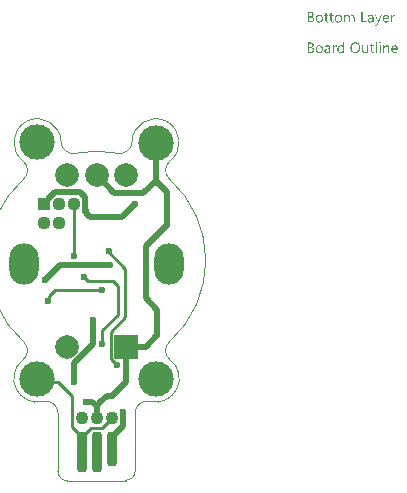
<source format=gbl>
G04*
G04 #@! TF.GenerationSoftware,Altium Limited,Altium Designer,21.9.2 (33)*
G04*
G04 Layer_Physical_Order=2*
G04 Layer_Color=16711680*
%FSAX25Y25*%
%MOIN*%
G70*
G04*
G04 #@! TF.SameCoordinates,A6586CB6-8B30-4D09-AE0A-FB24D08DFB98*
G04*
G04*
G04 #@! TF.FilePolarity,Positive*
G04*
G01*
G75*
%ADD11C,0.00787*%
%ADD12C,0.00394*%
%ADD37C,0.04370*%
%ADD48C,0.00984*%
%ADD49C,0.01968*%
%ADD50C,0.01181*%
%ADD52C,0.11811*%
%ADD53R,0.04370X0.04370*%
%ADD54O,0.09843X0.13780*%
%ADD55R,0.07874X0.07874*%
%ADD56C,0.07874*%
%ADD57C,0.02362*%
G04:AMPARAMS|DCode=58|XSize=35.43mil|YSize=135.83mil|CornerRadius=13.82mil|HoleSize=0mil|Usage=FLASHONLY|Rotation=180.000|XOffset=0mil|YOffset=0mil|HoleType=Round|Shape=RoundedRectangle|*
%AMROUNDEDRECTD58*
21,1,0.03543,0.10819,0,0,180.0*
21,1,0.00780,0.13583,0,0,180.0*
1,1,0.02764,-0.00390,0.05409*
1,1,0.02764,0.00390,0.05409*
1,1,0.02764,0.00390,-0.05409*
1,1,0.02764,-0.00390,-0.05409*
%
%ADD58ROUNDEDRECTD58*%
G04:AMPARAMS|DCode=59|XSize=35.43mil|YSize=116.14mil|CornerRadius=13.82mil|HoleSize=0mil|Usage=FLASHONLY|Rotation=180.000|XOffset=0mil|YOffset=0mil|HoleType=Round|Shape=RoundedRectangle|*
%AMROUNDEDRECTD59*
21,1,0.03543,0.08850,0,0,180.0*
21,1,0.00780,0.11614,0,0,180.0*
1,1,0.02764,-0.00390,0.04425*
1,1,0.02764,0.00390,0.04425*
1,1,0.02764,0.00390,-0.04425*
1,1,0.02764,-0.00390,-0.04425*
%
%ADD59ROUNDEDRECTD59*%
%ADD60C,0.04331*%
G36*
X0085311Y0081883D02*
X0085366Y0081871D01*
X0085428Y0081858D01*
X0085496Y0081834D01*
X0085577Y0081803D01*
X0085651Y0081760D01*
X0085731Y0081710D01*
X0085806Y0081642D01*
X0085874Y0081555D01*
X0085936Y0081456D01*
X0085991Y0081345D01*
X0086028Y0081202D01*
X0086059Y0081048D01*
X0086066Y0080868D01*
Y0079321D01*
X0085663D01*
Y0080763D01*
Y0080769D01*
Y0080781D01*
Y0080800D01*
Y0080831D01*
X0085657Y0080905D01*
X0085645Y0080992D01*
X0085632Y0081091D01*
X0085608Y0081190D01*
X0085577Y0081283D01*
X0085533Y0081363D01*
X0085527Y0081370D01*
X0085509Y0081394D01*
X0085478Y0081425D01*
X0085428Y0081456D01*
X0085372Y0081493D01*
X0085298Y0081518D01*
X0085205Y0081543D01*
X0085100Y0081549D01*
X0085088D01*
X0085057Y0081543D01*
X0085007Y0081537D01*
X0084945Y0081518D01*
X0084877Y0081493D01*
X0084803Y0081450D01*
X0084729Y0081394D01*
X0084661Y0081314D01*
X0084654Y0081301D01*
X0084636Y0081270D01*
X0084605Y0081221D01*
X0084574Y0081153D01*
X0084537Y0081072D01*
X0084512Y0080980D01*
X0084487Y0080868D01*
X0084481Y0080751D01*
Y0079321D01*
X0084079D01*
Y0080812D01*
Y0080819D01*
Y0080843D01*
X0084073Y0080880D01*
Y0080930D01*
X0084060Y0080986D01*
X0084048Y0081048D01*
X0084029Y0081109D01*
X0084011Y0081184D01*
X0083980Y0081252D01*
X0083943Y0081314D01*
X0083893Y0081376D01*
X0083837Y0081431D01*
X0083775Y0081481D01*
X0083695Y0081518D01*
X0083608Y0081543D01*
X0083509Y0081549D01*
X0083497D01*
X0083466Y0081543D01*
X0083416Y0081537D01*
X0083354Y0081524D01*
X0083286Y0081493D01*
X0083212Y0081456D01*
X0083138Y0081400D01*
X0083070Y0081326D01*
X0083064Y0081314D01*
X0083045Y0081289D01*
X0083014Y0081239D01*
X0082983Y0081171D01*
X0082952Y0081091D01*
X0082921Y0080992D01*
X0082903Y0080880D01*
X0082896Y0080751D01*
Y0079321D01*
X0082494D01*
Y0081834D01*
X0082896D01*
Y0081431D01*
X0082909D01*
X0082915Y0081438D01*
X0082921Y0081450D01*
X0082940Y0081475D01*
X0082958Y0081506D01*
X0083020Y0081574D01*
X0083107Y0081660D01*
X0083218Y0081747D01*
X0083348Y0081815D01*
X0083429Y0081846D01*
X0083509Y0081871D01*
X0083596Y0081883D01*
X0083689Y0081889D01*
X0083732D01*
X0083781Y0081883D01*
X0083843Y0081871D01*
X0083912Y0081852D01*
X0083986Y0081827D01*
X0084060Y0081797D01*
X0084134Y0081747D01*
X0084141Y0081741D01*
X0084165Y0081722D01*
X0084196Y0081691D01*
X0084240Y0081648D01*
X0084283Y0081592D01*
X0084326Y0081530D01*
X0084370Y0081456D01*
X0084400Y0081370D01*
X0084407Y0081376D01*
X0084413Y0081394D01*
X0084431Y0081419D01*
X0084450Y0081450D01*
X0084481Y0081493D01*
X0084518Y0081537D01*
X0084562Y0081580D01*
X0084611Y0081630D01*
X0084667Y0081679D01*
X0084729Y0081722D01*
X0084797Y0081772D01*
X0084871Y0081809D01*
X0084951Y0081840D01*
X0085038Y0081865D01*
X0085137Y0081883D01*
X0085236Y0081889D01*
X0085273D01*
X0085311Y0081883D01*
D02*
G37*
G36*
X0099343Y0081871D02*
X0099418Y0081865D01*
X0099461Y0081852D01*
X0099492Y0081840D01*
Y0081425D01*
X0099486Y0081431D01*
X0099473Y0081438D01*
X0099448Y0081450D01*
X0099418Y0081468D01*
X0099374Y0081481D01*
X0099318Y0081493D01*
X0099256Y0081499D01*
X0099189Y0081506D01*
X0099176D01*
X0099145Y0081499D01*
X0099096Y0081493D01*
X0099040Y0081475D01*
X0098966Y0081444D01*
X0098897Y0081400D01*
X0098823Y0081339D01*
X0098755Y0081258D01*
X0098749Y0081246D01*
X0098730Y0081215D01*
X0098699Y0081159D01*
X0098668Y0081085D01*
X0098637Y0080992D01*
X0098607Y0080874D01*
X0098588Y0080744D01*
X0098582Y0080596D01*
Y0079321D01*
X0098180D01*
Y0081834D01*
X0098582D01*
Y0081314D01*
X0098594D01*
Y0081320D01*
X0098600Y0081326D01*
X0098613Y0081357D01*
X0098631Y0081407D01*
X0098662Y0081468D01*
X0098693Y0081530D01*
X0098743Y0081599D01*
X0098792Y0081667D01*
X0098854Y0081729D01*
X0098860Y0081735D01*
X0098885Y0081753D01*
X0098922Y0081778D01*
X0098972Y0081803D01*
X0099028Y0081827D01*
X0099096Y0081852D01*
X0099170Y0081871D01*
X0099250Y0081877D01*
X0099306D01*
X0099343Y0081871D01*
D02*
G37*
G36*
X0093964Y0078918D02*
X0093958Y0078912D01*
X0093952Y0078887D01*
X0093933Y0078844D01*
X0093908Y0078794D01*
X0093877Y0078739D01*
X0093834Y0078671D01*
X0093791Y0078603D01*
X0093741Y0078528D01*
X0093679Y0078454D01*
X0093617Y0078386D01*
X0093543Y0078318D01*
X0093463Y0078262D01*
X0093382Y0078213D01*
X0093289Y0078169D01*
X0093196Y0078145D01*
X0093091Y0078138D01*
X0093036D01*
X0092998Y0078145D01*
X0092918Y0078157D01*
X0092831Y0078175D01*
Y0078535D01*
X0092838D01*
X0092856Y0078528D01*
X0092881Y0078522D01*
X0092912Y0078516D01*
X0092986Y0078497D01*
X0093067Y0078491D01*
X0093079D01*
X0093116Y0078497D01*
X0093172Y0078510D01*
X0093240Y0078535D01*
X0093314Y0078578D01*
X0093351Y0078609D01*
X0093388Y0078646D01*
X0093426Y0078683D01*
X0093463Y0078733D01*
X0093494Y0078788D01*
X0093525Y0078850D01*
X0093729Y0079321D01*
X0092745Y0081834D01*
X0093190D01*
X0093871Y0079896D01*
Y0079890D01*
X0093877Y0079878D01*
X0093884Y0079859D01*
X0093890Y0079834D01*
X0093896Y0079797D01*
X0093908Y0079760D01*
X0093921Y0079704D01*
X0093939D01*
Y0079717D01*
X0093952Y0079754D01*
X0093964Y0079810D01*
X0093989Y0079890D01*
X0094701Y0081834D01*
X0095115D01*
X0093964Y0078918D01*
D02*
G37*
G36*
X0091556Y0081883D02*
X0091612Y0081877D01*
X0091680Y0081858D01*
X0091754Y0081840D01*
X0091835Y0081809D01*
X0091921Y0081772D01*
X0092002Y0081722D01*
X0092082Y0081660D01*
X0092157Y0081586D01*
X0092225Y0081493D01*
X0092280Y0081388D01*
X0092324Y0081264D01*
X0092348Y0081122D01*
X0092361Y0080955D01*
Y0079321D01*
X0091958D01*
Y0079711D01*
X0091946D01*
Y0079704D01*
X0091934Y0079692D01*
X0091921Y0079667D01*
X0091897Y0079642D01*
X0091835Y0079568D01*
X0091754Y0079488D01*
X0091643Y0079407D01*
X0091513Y0079333D01*
X0091432Y0079308D01*
X0091352Y0079283D01*
X0091265Y0079271D01*
X0091172Y0079265D01*
X0091135D01*
X0091110Y0079271D01*
X0091042Y0079277D01*
X0090962Y0079290D01*
X0090863Y0079314D01*
X0090770Y0079345D01*
X0090671Y0079395D01*
X0090584Y0079457D01*
X0090578Y0079469D01*
X0090553Y0079494D01*
X0090516Y0079537D01*
X0090479Y0079599D01*
X0090442Y0079673D01*
X0090405Y0079760D01*
X0090380Y0079865D01*
X0090374Y0079983D01*
Y0079989D01*
Y0080014D01*
X0090380Y0080051D01*
X0090386Y0080094D01*
X0090399Y0080150D01*
X0090417Y0080212D01*
X0090442Y0080280D01*
X0090479Y0080348D01*
X0090522Y0080422D01*
X0090578Y0080497D01*
X0090646Y0080565D01*
X0090727Y0080627D01*
X0090820Y0080689D01*
X0090931Y0080738D01*
X0091055Y0080775D01*
X0091203Y0080806D01*
X0091958Y0080911D01*
Y0080918D01*
Y0080936D01*
X0091952Y0080973D01*
Y0081011D01*
X0091940Y0081060D01*
X0091934Y0081116D01*
X0091897Y0081233D01*
X0091866Y0081289D01*
X0091835Y0081345D01*
X0091791Y0081400D01*
X0091742Y0081450D01*
X0091680Y0081493D01*
X0091612Y0081524D01*
X0091531Y0081543D01*
X0091439Y0081549D01*
X0091395D01*
X0091364Y0081543D01*
X0091321D01*
X0091278Y0081530D01*
X0091166Y0081512D01*
X0091042Y0081475D01*
X0090906Y0081419D01*
X0090832Y0081382D01*
X0090764Y0081345D01*
X0090690Y0081295D01*
X0090622Y0081239D01*
Y0081654D01*
X0090628D01*
X0090640Y0081667D01*
X0090659Y0081679D01*
X0090690Y0081691D01*
X0090720Y0081710D01*
X0090764Y0081729D01*
X0090813Y0081747D01*
X0090869Y0081772D01*
X0090993Y0081815D01*
X0091141Y0081852D01*
X0091302Y0081877D01*
X0091476Y0081889D01*
X0091513D01*
X0091556Y0081883D01*
D02*
G37*
G36*
X0088665Y0079692D02*
X0090077D01*
Y0079321D01*
X0088251D01*
Y0082837D01*
X0088665D01*
Y0079692D01*
D02*
G37*
G36*
X0071451Y0082830D02*
X0071494D01*
X0071538Y0082824D01*
X0071637Y0082812D01*
X0071754Y0082781D01*
X0071878Y0082744D01*
X0071996Y0082688D01*
X0072101Y0082614D01*
X0072107D01*
X0072113Y0082601D01*
X0072144Y0082577D01*
X0072188Y0082527D01*
X0072237Y0082459D01*
X0072281Y0082372D01*
X0072324Y0082273D01*
X0072355Y0082162D01*
X0072367Y0082100D01*
Y0082032D01*
Y0082026D01*
Y0082019D01*
Y0081982D01*
X0072361Y0081927D01*
X0072349Y0081858D01*
X0072330Y0081772D01*
X0072299Y0081685D01*
X0072262Y0081599D01*
X0072206Y0081512D01*
X0072200Y0081499D01*
X0072175Y0081475D01*
X0072138Y0081438D01*
X0072089Y0081388D01*
X0072027Y0081339D01*
X0071952Y0081283D01*
X0071860Y0081239D01*
X0071761Y0081196D01*
Y0081190D01*
X0071779D01*
X0071798Y0081184D01*
X0071816Y0081178D01*
X0071884Y0081165D01*
X0071965Y0081141D01*
X0072052Y0081103D01*
X0072144Y0081060D01*
X0072237Y0080998D01*
X0072324Y0080918D01*
X0072336Y0080905D01*
X0072361Y0080874D01*
X0072392Y0080831D01*
X0072435Y0080763D01*
X0072472Y0080676D01*
X0072510Y0080577D01*
X0072534Y0080460D01*
X0072540Y0080330D01*
Y0080323D01*
Y0080311D01*
Y0080286D01*
X0072534Y0080255D01*
X0072528Y0080218D01*
X0072522Y0080175D01*
X0072497Y0080070D01*
X0072460Y0079952D01*
X0072404Y0079828D01*
X0072367Y0079773D01*
X0072324Y0079711D01*
X0072268Y0079655D01*
X0072212Y0079599D01*
X0072206D01*
X0072200Y0079587D01*
X0072181Y0079574D01*
X0072157Y0079556D01*
X0072126Y0079537D01*
X0072082Y0079513D01*
X0071990Y0079463D01*
X0071872Y0079407D01*
X0071736Y0079364D01*
X0071575Y0079333D01*
X0071494Y0079327D01*
X0071402Y0079321D01*
X0070374D01*
Y0082837D01*
X0071420D01*
X0071451Y0082830D01*
D02*
G37*
G36*
X0078378Y0081834D02*
X0079015D01*
Y0081487D01*
X0078378D01*
Y0080070D01*
Y0080057D01*
Y0080026D01*
X0078384Y0079983D01*
X0078390Y0079927D01*
X0078415Y0079810D01*
X0078433Y0079754D01*
X0078464Y0079711D01*
X0078470Y0079704D01*
X0078483Y0079692D01*
X0078501Y0079680D01*
X0078532Y0079661D01*
X0078570Y0079636D01*
X0078619Y0079624D01*
X0078681Y0079611D01*
X0078749Y0079605D01*
X0078774D01*
X0078805Y0079611D01*
X0078842Y0079618D01*
X0078929Y0079642D01*
X0078972Y0079661D01*
X0079015Y0079686D01*
Y0079339D01*
X0079009D01*
X0078991Y0079327D01*
X0078960Y0079321D01*
X0078916Y0079308D01*
X0078860Y0079296D01*
X0078799Y0079283D01*
X0078724Y0079277D01*
X0078638Y0079271D01*
X0078607D01*
X0078576Y0079277D01*
X0078532Y0079283D01*
X0078483Y0079296D01*
X0078427Y0079308D01*
X0078372Y0079333D01*
X0078310Y0079364D01*
X0078248Y0079401D01*
X0078186Y0079451D01*
X0078130Y0079506D01*
X0078081Y0079581D01*
X0078037Y0079661D01*
X0078006Y0079760D01*
X0077982Y0079871D01*
X0077975Y0080001D01*
Y0081487D01*
X0077548D01*
Y0081834D01*
X0077975D01*
Y0082447D01*
X0078378Y0082577D01*
Y0081834D01*
D02*
G37*
G36*
X0076675D02*
X0077313D01*
Y0081487D01*
X0076675D01*
Y0080070D01*
Y0080057D01*
Y0080026D01*
X0076682Y0079983D01*
X0076688Y0079927D01*
X0076713Y0079810D01*
X0076731Y0079754D01*
X0076762Y0079711D01*
X0076768Y0079704D01*
X0076781Y0079692D01*
X0076799Y0079680D01*
X0076830Y0079661D01*
X0076867Y0079636D01*
X0076917Y0079624D01*
X0076979Y0079611D01*
X0077047Y0079605D01*
X0077072D01*
X0077103Y0079611D01*
X0077140Y0079618D01*
X0077226Y0079642D01*
X0077270Y0079661D01*
X0077313Y0079686D01*
Y0079339D01*
X0077307D01*
X0077288Y0079327D01*
X0077257Y0079321D01*
X0077214Y0079308D01*
X0077158Y0079296D01*
X0077096Y0079283D01*
X0077022Y0079277D01*
X0076935Y0079271D01*
X0076904D01*
X0076873Y0079277D01*
X0076830Y0079283D01*
X0076781Y0079296D01*
X0076725Y0079308D01*
X0076669Y0079333D01*
X0076607Y0079364D01*
X0076545Y0079401D01*
X0076484Y0079451D01*
X0076428Y0079506D01*
X0076378Y0079581D01*
X0076335Y0079661D01*
X0076304Y0079760D01*
X0076279Y0079871D01*
X0076273Y0080001D01*
Y0081487D01*
X0075846D01*
Y0081834D01*
X0076273D01*
Y0082447D01*
X0076675Y0082577D01*
Y0081834D01*
D02*
G37*
G36*
X0096620Y0081883D02*
X0096663Y0081877D01*
X0096706Y0081871D01*
X0096818Y0081852D01*
X0096942Y0081809D01*
X0097065Y0081753D01*
X0097127Y0081716D01*
X0097189Y0081673D01*
X0097245Y0081623D01*
X0097300Y0081568D01*
X0097307Y0081561D01*
X0097313Y0081555D01*
X0097325Y0081537D01*
X0097344Y0081512D01*
X0097362Y0081475D01*
X0097387Y0081438D01*
X0097412Y0081394D01*
X0097437Y0081339D01*
X0097461Y0081277D01*
X0097486Y0081215D01*
X0097511Y0081141D01*
X0097530Y0081060D01*
X0097548Y0080973D01*
X0097561Y0080887D01*
X0097573Y0080788D01*
Y0080682D01*
Y0080472D01*
X0095796D01*
Y0080466D01*
Y0080453D01*
Y0080435D01*
X0095802Y0080404D01*
X0095809Y0080367D01*
Y0080330D01*
X0095827Y0080230D01*
X0095858Y0080132D01*
X0095895Y0080020D01*
X0095951Y0079915D01*
X0096019Y0079822D01*
X0096032Y0079810D01*
X0096056Y0079785D01*
X0096106Y0079754D01*
X0096174Y0079711D01*
X0096261Y0079667D01*
X0096360Y0079636D01*
X0096477Y0079611D01*
X0096613Y0079599D01*
X0096657D01*
X0096688Y0079605D01*
X0096725D01*
X0096768Y0079611D01*
X0096873Y0079636D01*
X0096991Y0079667D01*
X0097121Y0079717D01*
X0097257Y0079785D01*
X0097325Y0079828D01*
X0097393Y0079878D01*
Y0079500D01*
X0097387D01*
X0097381Y0079488D01*
X0097362Y0079482D01*
X0097331Y0079463D01*
X0097300Y0079444D01*
X0097263Y0079426D01*
X0097214Y0079407D01*
X0097164Y0079382D01*
X0097102Y0079358D01*
X0097034Y0079339D01*
X0096886Y0079302D01*
X0096712Y0079277D01*
X0096521Y0079265D01*
X0096471D01*
X0096434Y0079271D01*
X0096391Y0079277D01*
X0096335Y0079283D01*
X0096217Y0079308D01*
X0096081Y0079345D01*
X0095945Y0079407D01*
X0095877Y0079451D01*
X0095809Y0079494D01*
X0095747Y0079543D01*
X0095685Y0079605D01*
X0095679Y0079611D01*
X0095673Y0079624D01*
X0095660Y0079642D01*
X0095635Y0079667D01*
X0095617Y0079704D01*
X0095592Y0079748D01*
X0095561Y0079797D01*
X0095536Y0079853D01*
X0095505Y0079915D01*
X0095481Y0079989D01*
X0095450Y0080070D01*
X0095431Y0080156D01*
X0095412Y0080249D01*
X0095394Y0080348D01*
X0095388Y0080453D01*
X0095382Y0080565D01*
Y0080571D01*
Y0080589D01*
Y0080620D01*
X0095388Y0080664D01*
X0095394Y0080713D01*
X0095400Y0080769D01*
X0095406Y0080837D01*
X0095425Y0080905D01*
X0095462Y0081054D01*
X0095518Y0081215D01*
X0095555Y0081295D01*
X0095604Y0081370D01*
X0095654Y0081450D01*
X0095710Y0081518D01*
X0095716Y0081524D01*
X0095728Y0081537D01*
X0095747Y0081555D01*
X0095772Y0081574D01*
X0095802Y0081605D01*
X0095840Y0081636D01*
X0095889Y0081667D01*
X0095939Y0081704D01*
X0096056Y0081772D01*
X0096199Y0081834D01*
X0096279Y0081852D01*
X0096360Y0081871D01*
X0096446Y0081883D01*
X0096539Y0081889D01*
X0096589D01*
X0096620Y0081883D01*
D02*
G37*
G36*
X0080755D02*
X0080798Y0081877D01*
X0080854Y0081871D01*
X0080977Y0081846D01*
X0081120Y0081803D01*
X0081262Y0081741D01*
X0081336Y0081704D01*
X0081405Y0081660D01*
X0081473Y0081605D01*
X0081535Y0081543D01*
X0081541Y0081537D01*
X0081547Y0081524D01*
X0081565Y0081506D01*
X0081584Y0081481D01*
X0081609Y0081444D01*
X0081634Y0081400D01*
X0081665Y0081351D01*
X0081695Y0081295D01*
X0081720Y0081227D01*
X0081751Y0081159D01*
X0081776Y0081079D01*
X0081801Y0080992D01*
X0081819Y0080899D01*
X0081838Y0080800D01*
X0081844Y0080695D01*
X0081850Y0080583D01*
Y0080577D01*
Y0080559D01*
Y0080528D01*
X0081844Y0080484D01*
X0081838Y0080435D01*
X0081832Y0080373D01*
X0081819Y0080311D01*
X0081807Y0080237D01*
X0081770Y0080088D01*
X0081708Y0079927D01*
X0081671Y0079847D01*
X0081621Y0079766D01*
X0081572Y0079692D01*
X0081510Y0079624D01*
X0081504Y0079618D01*
X0081491Y0079611D01*
X0081473Y0079593D01*
X0081448Y0079568D01*
X0081411Y0079543D01*
X0081374Y0079513D01*
X0081324Y0079475D01*
X0081268Y0079444D01*
X0081207Y0079413D01*
X0081138Y0079376D01*
X0081064Y0079345D01*
X0080984Y0079321D01*
X0080897Y0079296D01*
X0080804Y0079283D01*
X0080705Y0079271D01*
X0080600Y0079265D01*
X0080544D01*
X0080507Y0079271D01*
X0080464Y0079277D01*
X0080408Y0079283D01*
X0080346Y0079296D01*
X0080278Y0079308D01*
X0080136Y0079352D01*
X0079987Y0079413D01*
X0079913Y0079451D01*
X0079845Y0079500D01*
X0079777Y0079550D01*
X0079708Y0079611D01*
X0079702Y0079618D01*
X0079696Y0079630D01*
X0079678Y0079649D01*
X0079659Y0079673D01*
X0079634Y0079711D01*
X0079603Y0079754D01*
X0079572Y0079803D01*
X0079548Y0079859D01*
X0079517Y0079927D01*
X0079486Y0079995D01*
X0079455Y0080070D01*
X0079430Y0080156D01*
X0079393Y0080342D01*
X0079387Y0080441D01*
X0079380Y0080546D01*
Y0080552D01*
Y0080577D01*
Y0080608D01*
X0079387Y0080651D01*
X0079393Y0080701D01*
X0079399Y0080763D01*
X0079411Y0080831D01*
X0079424Y0080905D01*
X0079461Y0081066D01*
X0079523Y0081227D01*
X0079566Y0081308D01*
X0079610Y0081388D01*
X0079659Y0081462D01*
X0079721Y0081530D01*
X0079727Y0081537D01*
X0079739Y0081549D01*
X0079758Y0081561D01*
X0079783Y0081586D01*
X0079820Y0081611D01*
X0079863Y0081642D01*
X0079913Y0081679D01*
X0079969Y0081710D01*
X0080030Y0081741D01*
X0080105Y0081778D01*
X0080179Y0081809D01*
X0080266Y0081834D01*
X0080352Y0081858D01*
X0080451Y0081877D01*
X0080557Y0081883D01*
X0080662Y0081889D01*
X0080717D01*
X0080755Y0081883D01*
D02*
G37*
G36*
X0074404D02*
X0074447Y0081877D01*
X0074503Y0081871D01*
X0074626Y0081846D01*
X0074769Y0081803D01*
X0074911Y0081741D01*
X0074986Y0081704D01*
X0075054Y0081660D01*
X0075122Y0081605D01*
X0075184Y0081543D01*
X0075190Y0081537D01*
X0075196Y0081524D01*
X0075215Y0081506D01*
X0075233Y0081481D01*
X0075258Y0081444D01*
X0075283Y0081400D01*
X0075314Y0081351D01*
X0075345Y0081295D01*
X0075369Y0081227D01*
X0075400Y0081159D01*
X0075425Y0081079D01*
X0075450Y0080992D01*
X0075468Y0080899D01*
X0075487Y0080800D01*
X0075493Y0080695D01*
X0075499Y0080583D01*
Y0080577D01*
Y0080559D01*
Y0080528D01*
X0075493Y0080484D01*
X0075487Y0080435D01*
X0075481Y0080373D01*
X0075468Y0080311D01*
X0075456Y0080237D01*
X0075419Y0080088D01*
X0075357Y0079927D01*
X0075320Y0079847D01*
X0075270Y0079766D01*
X0075221Y0079692D01*
X0075159Y0079624D01*
X0075153Y0079618D01*
X0075140Y0079611D01*
X0075122Y0079593D01*
X0075097Y0079568D01*
X0075060Y0079543D01*
X0075023Y0079513D01*
X0074973Y0079475D01*
X0074918Y0079444D01*
X0074856Y0079413D01*
X0074787Y0079376D01*
X0074713Y0079345D01*
X0074633Y0079321D01*
X0074546Y0079296D01*
X0074453Y0079283D01*
X0074354Y0079271D01*
X0074249Y0079265D01*
X0074193D01*
X0074156Y0079271D01*
X0074113Y0079277D01*
X0074057Y0079283D01*
X0073995Y0079296D01*
X0073927Y0079308D01*
X0073785Y0079352D01*
X0073636Y0079413D01*
X0073562Y0079451D01*
X0073494Y0079500D01*
X0073426Y0079550D01*
X0073358Y0079611D01*
X0073351Y0079618D01*
X0073345Y0079630D01*
X0073327Y0079649D01*
X0073308Y0079673D01*
X0073283Y0079711D01*
X0073252Y0079754D01*
X0073221Y0079803D01*
X0073197Y0079859D01*
X0073166Y0079927D01*
X0073135Y0079995D01*
X0073104Y0080070D01*
X0073079Y0080156D01*
X0073042Y0080342D01*
X0073036Y0080441D01*
X0073030Y0080546D01*
Y0080552D01*
Y0080577D01*
Y0080608D01*
X0073036Y0080651D01*
X0073042Y0080701D01*
X0073048Y0080763D01*
X0073061Y0080831D01*
X0073073Y0080905D01*
X0073110Y0081066D01*
X0073172Y0081227D01*
X0073215Y0081308D01*
X0073259Y0081388D01*
X0073308Y0081462D01*
X0073370Y0081530D01*
X0073376Y0081537D01*
X0073388Y0081549D01*
X0073407Y0081561D01*
X0073432Y0081586D01*
X0073469Y0081611D01*
X0073512Y0081642D01*
X0073562Y0081679D01*
X0073618Y0081710D01*
X0073680Y0081741D01*
X0073754Y0081778D01*
X0073828Y0081809D01*
X0073915Y0081834D01*
X0074001Y0081858D01*
X0074100Y0081877D01*
X0074206Y0081883D01*
X0074311Y0081889D01*
X0074366D01*
X0074404Y0081883D01*
D02*
G37*
G36*
X0094583Y0072803D02*
X0094608D01*
X0094664Y0072779D01*
X0094695Y0072760D01*
X0094726Y0072735D01*
X0094732Y0072729D01*
X0094738Y0072723D01*
X0094769Y0072686D01*
X0094794Y0072624D01*
X0094800Y0072587D01*
X0094806Y0072550D01*
Y0072543D01*
Y0072531D01*
X0094800Y0072513D01*
X0094794Y0072488D01*
X0094775Y0072426D01*
X0094750Y0072395D01*
X0094726Y0072364D01*
X0094719D01*
X0094713Y0072351D01*
X0094676Y0072327D01*
X0094620Y0072302D01*
X0094583Y0072296D01*
X0094546Y0072290D01*
X0094527D01*
X0094509Y0072296D01*
X0094484D01*
X0094422Y0072321D01*
X0094391Y0072333D01*
X0094360Y0072358D01*
Y0072364D01*
X0094348Y0072370D01*
X0094336Y0072389D01*
X0094323Y0072407D01*
X0094298Y0072469D01*
X0094292Y0072506D01*
X0094286Y0072550D01*
Y0072556D01*
Y0072568D01*
X0094292Y0072587D01*
X0094298Y0072618D01*
X0094317Y0072673D01*
X0094336Y0072704D01*
X0094360Y0072735D01*
X0094366Y0072742D01*
X0094373Y0072748D01*
X0094410Y0072772D01*
X0094472Y0072797D01*
X0094509Y0072810D01*
X0094564D01*
X0094583Y0072803D01*
D02*
G37*
G36*
X0082593Y0069139D02*
X0082191D01*
Y0069560D01*
X0082178D01*
Y0069554D01*
X0082166Y0069541D01*
X0082147Y0069516D01*
X0082129Y0069485D01*
X0082098Y0069448D01*
X0082061Y0069411D01*
X0082017Y0069368D01*
X0081968Y0069325D01*
X0081912Y0069275D01*
X0081844Y0069232D01*
X0081776Y0069195D01*
X0081695Y0069157D01*
X0081615Y0069126D01*
X0081522Y0069102D01*
X0081423Y0069089D01*
X0081318Y0069083D01*
X0081275D01*
X0081238Y0069089D01*
X0081200Y0069096D01*
X0081151Y0069102D01*
X0081046Y0069126D01*
X0080922Y0069164D01*
X0080798Y0069226D01*
X0080730Y0069263D01*
X0080674Y0069306D01*
X0080612Y0069362D01*
X0080557Y0069417D01*
Y0069424D01*
X0080544Y0069436D01*
X0080532Y0069455D01*
X0080513Y0069479D01*
X0080495Y0069510D01*
X0080470Y0069554D01*
X0080445Y0069603D01*
X0080420Y0069659D01*
X0080389Y0069721D01*
X0080365Y0069789D01*
X0080340Y0069863D01*
X0080321Y0069944D01*
X0080303Y0070030D01*
X0080290Y0070129D01*
X0080284Y0070228D01*
X0080278Y0070334D01*
Y0070340D01*
Y0070358D01*
Y0070395D01*
X0080284Y0070439D01*
X0080290Y0070488D01*
X0080297Y0070550D01*
X0080303Y0070618D01*
X0080315Y0070693D01*
X0080352Y0070854D01*
X0080408Y0071021D01*
X0080445Y0071101D01*
X0080489Y0071182D01*
X0080532Y0071256D01*
X0080588Y0071330D01*
X0080594Y0071336D01*
X0080600Y0071349D01*
X0080618Y0071367D01*
X0080643Y0071392D01*
X0080674Y0071417D01*
X0080717Y0071448D01*
X0080761Y0071485D01*
X0080810Y0071522D01*
X0080934Y0071590D01*
X0081077Y0071652D01*
X0081157Y0071671D01*
X0081244Y0071689D01*
X0081330Y0071702D01*
X0081429Y0071708D01*
X0081479D01*
X0081516Y0071702D01*
X0081553Y0071695D01*
X0081603Y0071689D01*
X0081714Y0071658D01*
X0081838Y0071609D01*
X0081900Y0071578D01*
X0081962Y0071534D01*
X0082024Y0071491D01*
X0082079Y0071435D01*
X0082129Y0071373D01*
X0082178Y0071299D01*
X0082191D01*
Y0072859D01*
X0082593D01*
Y0069139D01*
D02*
G37*
G36*
X0096861Y0071702D02*
X0096935Y0071695D01*
X0097028Y0071677D01*
X0097127Y0071646D01*
X0097232Y0071596D01*
X0097338Y0071528D01*
X0097381Y0071491D01*
X0097424Y0071442D01*
X0097437Y0071429D01*
X0097461Y0071392D01*
X0097492Y0071330D01*
X0097536Y0071244D01*
X0097573Y0071138D01*
X0097610Y0071008D01*
X0097635Y0070854D01*
X0097641Y0070674D01*
Y0069139D01*
X0097239D01*
Y0070569D01*
Y0070575D01*
Y0070606D01*
X0097232Y0070643D01*
Y0070693D01*
X0097220Y0070754D01*
X0097208Y0070823D01*
X0097189Y0070897D01*
X0097164Y0070971D01*
X0097133Y0071045D01*
X0097096Y0071114D01*
X0097047Y0071182D01*
X0096991Y0071244D01*
X0096929Y0071293D01*
X0096849Y0071330D01*
X0096762Y0071361D01*
X0096657Y0071367D01*
X0096644D01*
X0096607Y0071361D01*
X0096552Y0071355D01*
X0096483Y0071336D01*
X0096403Y0071312D01*
X0096316Y0071268D01*
X0096236Y0071213D01*
X0096155Y0071138D01*
X0096149Y0071126D01*
X0096124Y0071101D01*
X0096093Y0071052D01*
X0096056Y0070983D01*
X0096019Y0070903D01*
X0095988Y0070804D01*
X0095964Y0070693D01*
X0095957Y0070569D01*
Y0069139D01*
X0095555D01*
Y0071652D01*
X0095957D01*
Y0071231D01*
X0095970D01*
X0095976Y0071237D01*
X0095982Y0071250D01*
X0096001Y0071275D01*
X0096025Y0071305D01*
X0096050Y0071342D01*
X0096087Y0071380D01*
X0096131Y0071423D01*
X0096180Y0071473D01*
X0096236Y0071516D01*
X0096298Y0071559D01*
X0096366Y0071596D01*
X0096440Y0071633D01*
X0096514Y0071664D01*
X0096601Y0071689D01*
X0096694Y0071702D01*
X0096793Y0071708D01*
X0096830D01*
X0096861Y0071702D01*
D02*
G37*
G36*
X0079863Y0071689D02*
X0079937Y0071683D01*
X0079981Y0071671D01*
X0080012Y0071658D01*
Y0071244D01*
X0080006Y0071250D01*
X0079993Y0071256D01*
X0079969Y0071268D01*
X0079937Y0071287D01*
X0079894Y0071299D01*
X0079839Y0071312D01*
X0079777Y0071318D01*
X0079708Y0071324D01*
X0079696D01*
X0079665Y0071318D01*
X0079616Y0071312D01*
X0079560Y0071293D01*
X0079486Y0071262D01*
X0079418Y0071219D01*
X0079343Y0071157D01*
X0079275Y0071076D01*
X0079269Y0071064D01*
X0079251Y0071033D01*
X0079220Y0070977D01*
X0079189Y0070903D01*
X0079158Y0070810D01*
X0079127Y0070693D01*
X0079108Y0070563D01*
X0079102Y0070414D01*
Y0069139D01*
X0078699D01*
Y0071652D01*
X0079102D01*
Y0071132D01*
X0079114D01*
Y0071138D01*
X0079120Y0071144D01*
X0079133Y0071175D01*
X0079151Y0071225D01*
X0079182Y0071287D01*
X0079213Y0071349D01*
X0079263Y0071417D01*
X0079312Y0071485D01*
X0079374Y0071547D01*
X0079380Y0071553D01*
X0079405Y0071572D01*
X0079442Y0071596D01*
X0079492Y0071621D01*
X0079548Y0071646D01*
X0079616Y0071671D01*
X0079690Y0071689D01*
X0079770Y0071695D01*
X0079826D01*
X0079863Y0071689D01*
D02*
G37*
G36*
X0090603Y0069139D02*
X0090201D01*
Y0069535D01*
X0090188D01*
Y0069529D01*
X0090176Y0069516D01*
X0090163Y0069492D01*
X0090139Y0069467D01*
X0090083Y0069393D01*
X0089996Y0069312D01*
X0089947Y0069269D01*
X0089891Y0069226D01*
X0089829Y0069188D01*
X0089755Y0069151D01*
X0089681Y0069126D01*
X0089600Y0069102D01*
X0089507Y0069089D01*
X0089414Y0069083D01*
X0089377D01*
X0089334Y0069089D01*
X0089272Y0069102D01*
X0089204Y0069114D01*
X0089130Y0069139D01*
X0089049Y0069170D01*
X0088969Y0069219D01*
X0088882Y0069275D01*
X0088802Y0069343D01*
X0088727Y0069430D01*
X0088659Y0069535D01*
X0088597Y0069653D01*
X0088554Y0069795D01*
X0088529Y0069962D01*
X0088517Y0070049D01*
Y0070148D01*
Y0071652D01*
X0088913D01*
Y0070210D01*
Y0070204D01*
Y0070179D01*
X0088919Y0070135D01*
X0088925Y0070086D01*
X0088932Y0070024D01*
X0088944Y0069962D01*
X0088963Y0069888D01*
X0088987Y0069814D01*
X0089025Y0069739D01*
X0089062Y0069671D01*
X0089111Y0069603D01*
X0089173Y0069541D01*
X0089241Y0069492D01*
X0089322Y0069455D01*
X0089421Y0069424D01*
X0089526Y0069417D01*
X0089538D01*
X0089575Y0069424D01*
X0089631Y0069430D01*
X0089693Y0069442D01*
X0089773Y0069473D01*
X0089854Y0069510D01*
X0089934Y0069560D01*
X0090009Y0069634D01*
X0090015Y0069647D01*
X0090040Y0069671D01*
X0090071Y0069721D01*
X0090108Y0069789D01*
X0090139Y0069869D01*
X0090170Y0069968D01*
X0090194Y0070080D01*
X0090201Y0070204D01*
Y0071652D01*
X0090603D01*
Y0069139D01*
D02*
G37*
G36*
X0094738D02*
X0094336D01*
Y0071652D01*
X0094738D01*
Y0069139D01*
D02*
G37*
G36*
X0093518D02*
X0093116D01*
Y0072859D01*
X0093518D01*
Y0069139D01*
D02*
G37*
G36*
X0077140Y0071702D02*
X0077195Y0071695D01*
X0077263Y0071677D01*
X0077338Y0071658D01*
X0077418Y0071627D01*
X0077505Y0071590D01*
X0077585Y0071541D01*
X0077666Y0071479D01*
X0077740Y0071404D01*
X0077808Y0071312D01*
X0077864Y0071206D01*
X0077907Y0071083D01*
X0077932Y0070940D01*
X0077944Y0070773D01*
Y0069139D01*
X0077542D01*
Y0069529D01*
X0077530D01*
Y0069523D01*
X0077517Y0069510D01*
X0077505Y0069485D01*
X0077480Y0069461D01*
X0077418Y0069387D01*
X0077338Y0069306D01*
X0077226Y0069226D01*
X0077096Y0069151D01*
X0077016Y0069126D01*
X0076935Y0069102D01*
X0076849Y0069089D01*
X0076756Y0069083D01*
X0076719D01*
X0076694Y0069089D01*
X0076626Y0069096D01*
X0076545Y0069108D01*
X0076446Y0069133D01*
X0076354Y0069164D01*
X0076254Y0069213D01*
X0076168Y0069275D01*
X0076162Y0069288D01*
X0076137Y0069312D01*
X0076100Y0069356D01*
X0076063Y0069417D01*
X0076025Y0069492D01*
X0075988Y0069578D01*
X0075964Y0069684D01*
X0075957Y0069801D01*
Y0069807D01*
Y0069832D01*
X0075964Y0069869D01*
X0075970Y0069913D01*
X0075982Y0069968D01*
X0076001Y0070030D01*
X0076025Y0070098D01*
X0076063Y0070166D01*
X0076106Y0070241D01*
X0076162Y0070315D01*
X0076230Y0070383D01*
X0076310Y0070445D01*
X0076403Y0070507D01*
X0076515Y0070556D01*
X0076638Y0070594D01*
X0076787Y0070625D01*
X0077542Y0070730D01*
Y0070736D01*
Y0070754D01*
X0077536Y0070792D01*
Y0070829D01*
X0077523Y0070878D01*
X0077517Y0070934D01*
X0077480Y0071052D01*
X0077449Y0071107D01*
X0077418Y0071163D01*
X0077375Y0071219D01*
X0077325Y0071268D01*
X0077263Y0071312D01*
X0077195Y0071342D01*
X0077115Y0071361D01*
X0077022Y0071367D01*
X0076979D01*
X0076948Y0071361D01*
X0076904D01*
X0076861Y0071349D01*
X0076750Y0071330D01*
X0076626Y0071293D01*
X0076490Y0071237D01*
X0076415Y0071200D01*
X0076347Y0071163D01*
X0076273Y0071114D01*
X0076205Y0071058D01*
Y0071473D01*
X0076211D01*
X0076224Y0071485D01*
X0076242Y0071497D01*
X0076273Y0071510D01*
X0076304Y0071528D01*
X0076347Y0071547D01*
X0076397Y0071565D01*
X0076453Y0071590D01*
X0076576Y0071633D01*
X0076725Y0071671D01*
X0076886Y0071695D01*
X0077059Y0071708D01*
X0077096D01*
X0077140Y0071702D01*
D02*
G37*
G36*
X0071451Y0072649D02*
X0071494D01*
X0071538Y0072642D01*
X0071637Y0072630D01*
X0071754Y0072599D01*
X0071878Y0072562D01*
X0071996Y0072506D01*
X0072101Y0072432D01*
X0072107D01*
X0072113Y0072420D01*
X0072144Y0072395D01*
X0072188Y0072345D01*
X0072237Y0072277D01*
X0072281Y0072191D01*
X0072324Y0072092D01*
X0072355Y0071980D01*
X0072367Y0071918D01*
Y0071850D01*
Y0071844D01*
Y0071838D01*
Y0071801D01*
X0072361Y0071745D01*
X0072349Y0071677D01*
X0072330Y0071590D01*
X0072299Y0071504D01*
X0072262Y0071417D01*
X0072206Y0071330D01*
X0072200Y0071318D01*
X0072175Y0071293D01*
X0072138Y0071256D01*
X0072089Y0071206D01*
X0072027Y0071157D01*
X0071952Y0071101D01*
X0071860Y0071058D01*
X0071761Y0071014D01*
Y0071008D01*
X0071779D01*
X0071798Y0071002D01*
X0071816Y0070996D01*
X0071884Y0070983D01*
X0071965Y0070959D01*
X0072052Y0070922D01*
X0072144Y0070878D01*
X0072237Y0070816D01*
X0072324Y0070736D01*
X0072336Y0070723D01*
X0072361Y0070693D01*
X0072392Y0070649D01*
X0072435Y0070581D01*
X0072472Y0070495D01*
X0072510Y0070395D01*
X0072534Y0070278D01*
X0072540Y0070148D01*
Y0070142D01*
Y0070129D01*
Y0070104D01*
X0072534Y0070074D01*
X0072528Y0070037D01*
X0072522Y0069993D01*
X0072497Y0069888D01*
X0072460Y0069770D01*
X0072404Y0069647D01*
X0072367Y0069591D01*
X0072324Y0069529D01*
X0072268Y0069473D01*
X0072212Y0069417D01*
X0072206D01*
X0072200Y0069405D01*
X0072181Y0069393D01*
X0072157Y0069374D01*
X0072126Y0069356D01*
X0072082Y0069331D01*
X0071990Y0069281D01*
X0071872Y0069226D01*
X0071736Y0069182D01*
X0071575Y0069151D01*
X0071494Y0069145D01*
X0071402Y0069139D01*
X0070374D01*
Y0072655D01*
X0071420D01*
X0071451Y0072649D01*
D02*
G37*
G36*
X0091946Y0071652D02*
X0092584D01*
Y0071305D01*
X0091946D01*
Y0069888D01*
Y0069876D01*
Y0069845D01*
X0091952Y0069801D01*
X0091958Y0069745D01*
X0091983Y0069628D01*
X0092002Y0069572D01*
X0092033Y0069529D01*
X0092039Y0069523D01*
X0092051Y0069510D01*
X0092070Y0069498D01*
X0092101Y0069479D01*
X0092138Y0069455D01*
X0092188Y0069442D01*
X0092250Y0069430D01*
X0092318Y0069424D01*
X0092342D01*
X0092373Y0069430D01*
X0092410Y0069436D01*
X0092497Y0069461D01*
X0092540Y0069479D01*
X0092584Y0069504D01*
Y0069157D01*
X0092577D01*
X0092559Y0069145D01*
X0092528Y0069139D01*
X0092485Y0069126D01*
X0092429Y0069114D01*
X0092367Y0069102D01*
X0092293Y0069096D01*
X0092206Y0069089D01*
X0092175D01*
X0092144Y0069096D01*
X0092101Y0069102D01*
X0092051Y0069114D01*
X0091996Y0069126D01*
X0091940Y0069151D01*
X0091878Y0069182D01*
X0091816Y0069219D01*
X0091754Y0069269D01*
X0091699Y0069325D01*
X0091649Y0069399D01*
X0091606Y0069479D01*
X0091575Y0069578D01*
X0091550Y0069690D01*
X0091544Y0069820D01*
Y0071305D01*
X0091117D01*
Y0071652D01*
X0091544D01*
Y0072265D01*
X0091946Y0072395D01*
Y0071652D01*
D02*
G37*
G36*
X0099473Y0071702D02*
X0099516Y0071695D01*
X0099560Y0071689D01*
X0099671Y0071671D01*
X0099795Y0071627D01*
X0099919Y0071572D01*
X0099981Y0071534D01*
X0100043Y0071491D01*
X0100098Y0071442D01*
X0100154Y0071386D01*
X0100160Y0071380D01*
X0100166Y0071373D01*
X0100179Y0071355D01*
X0100197Y0071330D01*
X0100216Y0071293D01*
X0100241Y0071256D01*
X0100266Y0071213D01*
X0100290Y0071157D01*
X0100315Y0071095D01*
X0100340Y0071033D01*
X0100364Y0070959D01*
X0100383Y0070878D01*
X0100402Y0070792D01*
X0100414Y0070705D01*
X0100426Y0070606D01*
Y0070501D01*
Y0070290D01*
X0098650D01*
Y0070284D01*
Y0070272D01*
Y0070253D01*
X0098656Y0070222D01*
X0098662Y0070185D01*
Y0070148D01*
X0098681Y0070049D01*
X0098712Y0069950D01*
X0098749Y0069838D01*
X0098805Y0069733D01*
X0098873Y0069640D01*
X0098885Y0069628D01*
X0098910Y0069603D01*
X0098959Y0069572D01*
X0099028Y0069529D01*
X0099114Y0069485D01*
X0099213Y0069455D01*
X0099331Y0069430D01*
X0099467Y0069417D01*
X0099510D01*
X0099541Y0069424D01*
X0099578D01*
X0099622Y0069430D01*
X0099727Y0069455D01*
X0099845Y0069485D01*
X0099975Y0069535D01*
X0100111Y0069603D01*
X0100179Y0069647D01*
X0100247Y0069696D01*
Y0069318D01*
X0100241D01*
X0100235Y0069306D01*
X0100216Y0069300D01*
X0100185Y0069281D01*
X0100154Y0069263D01*
X0100117Y0069244D01*
X0100067Y0069226D01*
X0100018Y0069201D01*
X0099956Y0069176D01*
X0099888Y0069157D01*
X0099739Y0069120D01*
X0099566Y0069096D01*
X0099374Y0069083D01*
X0099325D01*
X0099287Y0069089D01*
X0099244Y0069096D01*
X0099189Y0069102D01*
X0099071Y0069126D01*
X0098935Y0069164D01*
X0098799Y0069226D01*
X0098730Y0069269D01*
X0098662Y0069312D01*
X0098600Y0069362D01*
X0098539Y0069424D01*
X0098532Y0069430D01*
X0098526Y0069442D01*
X0098514Y0069461D01*
X0098489Y0069485D01*
X0098470Y0069523D01*
X0098446Y0069566D01*
X0098415Y0069616D01*
X0098390Y0069671D01*
X0098359Y0069733D01*
X0098334Y0069807D01*
X0098303Y0069888D01*
X0098285Y0069974D01*
X0098266Y0070067D01*
X0098248Y0070166D01*
X0098241Y0070272D01*
X0098235Y0070383D01*
Y0070389D01*
Y0070408D01*
Y0070439D01*
X0098241Y0070482D01*
X0098248Y0070532D01*
X0098254Y0070587D01*
X0098260Y0070655D01*
X0098278Y0070723D01*
X0098316Y0070872D01*
X0098371Y0071033D01*
X0098409Y0071114D01*
X0098458Y0071188D01*
X0098508Y0071268D01*
X0098563Y0071336D01*
X0098569Y0071342D01*
X0098582Y0071355D01*
X0098600Y0071373D01*
X0098625Y0071392D01*
X0098656Y0071423D01*
X0098693Y0071454D01*
X0098743Y0071485D01*
X0098792Y0071522D01*
X0098910Y0071590D01*
X0099052Y0071652D01*
X0099133Y0071671D01*
X0099213Y0071689D01*
X0099300Y0071702D01*
X0099393Y0071708D01*
X0099442D01*
X0099473Y0071702D01*
D02*
G37*
G36*
X0086431Y0072711D02*
X0086493Y0072704D01*
X0086567Y0072692D01*
X0086647Y0072673D01*
X0086734Y0072655D01*
X0086821Y0072630D01*
X0086920Y0072599D01*
X0087013Y0072556D01*
X0087112Y0072506D01*
X0087211Y0072451D01*
X0087304Y0072382D01*
X0087397Y0072308D01*
X0087483Y0072221D01*
X0087489Y0072215D01*
X0087502Y0072197D01*
X0087527Y0072172D01*
X0087551Y0072135D01*
X0087588Y0072085D01*
X0087625Y0072023D01*
X0087663Y0071955D01*
X0087706Y0071881D01*
X0087749Y0071788D01*
X0087787Y0071695D01*
X0087824Y0071590D01*
X0087861Y0071473D01*
X0087885Y0071355D01*
X0087910Y0071225D01*
X0087923Y0071083D01*
X0087929Y0070940D01*
Y0070928D01*
Y0070903D01*
Y0070860D01*
X0087923Y0070798D01*
X0087916Y0070723D01*
X0087904Y0070643D01*
X0087892Y0070550D01*
X0087873Y0070445D01*
X0087848Y0070340D01*
X0087817Y0070228D01*
X0087780Y0070117D01*
X0087737Y0070006D01*
X0087681Y0069888D01*
X0087619Y0069783D01*
X0087551Y0069677D01*
X0087471Y0069578D01*
X0087465Y0069572D01*
X0087452Y0069560D01*
X0087421Y0069535D01*
X0087390Y0069504D01*
X0087341Y0069461D01*
X0087285Y0069424D01*
X0087223Y0069374D01*
X0087149Y0069331D01*
X0087068Y0069288D01*
X0086976Y0069238D01*
X0086876Y0069201D01*
X0086765Y0069164D01*
X0086647Y0069126D01*
X0086524Y0069102D01*
X0086394Y0069089D01*
X0086251Y0069083D01*
X0086220D01*
X0086177Y0069089D01*
X0086128D01*
X0086066Y0069096D01*
X0085991Y0069108D01*
X0085911Y0069126D01*
X0085818Y0069145D01*
X0085725Y0069170D01*
X0085626Y0069201D01*
X0085527Y0069244D01*
X0085428Y0069288D01*
X0085329Y0069343D01*
X0085230Y0069411D01*
X0085137Y0069485D01*
X0085050Y0069572D01*
X0085044Y0069578D01*
X0085032Y0069597D01*
X0085007Y0069622D01*
X0084982Y0069659D01*
X0084945Y0069708D01*
X0084908Y0069770D01*
X0084871Y0069838D01*
X0084828Y0069919D01*
X0084784Y0070006D01*
X0084747Y0070098D01*
X0084710Y0070204D01*
X0084673Y0070321D01*
X0084648Y0070439D01*
X0084623Y0070569D01*
X0084611Y0070711D01*
X0084605Y0070854D01*
Y0070866D01*
Y0070891D01*
X0084611Y0070934D01*
Y0070996D01*
X0084617Y0071064D01*
X0084630Y0071151D01*
X0084642Y0071244D01*
X0084661Y0071342D01*
X0084685Y0071448D01*
X0084716Y0071559D01*
X0084753Y0071671D01*
X0084797Y0071782D01*
X0084852Y0071893D01*
X0084914Y0072005D01*
X0084982Y0072110D01*
X0085063Y0072209D01*
X0085069Y0072215D01*
X0085081Y0072234D01*
X0085112Y0072259D01*
X0085150Y0072290D01*
X0085193Y0072327D01*
X0085249Y0072370D01*
X0085317Y0072413D01*
X0085391Y0072463D01*
X0085478Y0072513D01*
X0085571Y0072556D01*
X0085669Y0072599D01*
X0085781Y0072636D01*
X0085905Y0072667D01*
X0086035Y0072698D01*
X0086171Y0072711D01*
X0086313Y0072717D01*
X0086381D01*
X0086431Y0072711D01*
D02*
G37*
G36*
X0074404Y0071702D02*
X0074447Y0071695D01*
X0074503Y0071689D01*
X0074626Y0071664D01*
X0074769Y0071621D01*
X0074911Y0071559D01*
X0074986Y0071522D01*
X0075054Y0071479D01*
X0075122Y0071423D01*
X0075184Y0071361D01*
X0075190Y0071355D01*
X0075196Y0071342D01*
X0075215Y0071324D01*
X0075233Y0071299D01*
X0075258Y0071262D01*
X0075283Y0071219D01*
X0075314Y0071169D01*
X0075345Y0071114D01*
X0075369Y0071045D01*
X0075400Y0070977D01*
X0075425Y0070897D01*
X0075450Y0070810D01*
X0075468Y0070717D01*
X0075487Y0070618D01*
X0075493Y0070513D01*
X0075499Y0070402D01*
Y0070395D01*
Y0070377D01*
Y0070346D01*
X0075493Y0070303D01*
X0075487Y0070253D01*
X0075481Y0070191D01*
X0075468Y0070129D01*
X0075456Y0070055D01*
X0075419Y0069907D01*
X0075357Y0069745D01*
X0075320Y0069665D01*
X0075270Y0069585D01*
X0075221Y0069510D01*
X0075159Y0069442D01*
X0075153Y0069436D01*
X0075140Y0069430D01*
X0075122Y0069411D01*
X0075097Y0069387D01*
X0075060Y0069362D01*
X0075023Y0069331D01*
X0074973Y0069294D01*
X0074918Y0069263D01*
X0074856Y0069232D01*
X0074787Y0069195D01*
X0074713Y0069164D01*
X0074633Y0069139D01*
X0074546Y0069114D01*
X0074453Y0069102D01*
X0074354Y0069089D01*
X0074249Y0069083D01*
X0074193D01*
X0074156Y0069089D01*
X0074113Y0069096D01*
X0074057Y0069102D01*
X0073995Y0069114D01*
X0073927Y0069126D01*
X0073785Y0069170D01*
X0073636Y0069232D01*
X0073562Y0069269D01*
X0073494Y0069318D01*
X0073426Y0069368D01*
X0073358Y0069430D01*
X0073351Y0069436D01*
X0073345Y0069448D01*
X0073327Y0069467D01*
X0073308Y0069492D01*
X0073283Y0069529D01*
X0073252Y0069572D01*
X0073221Y0069622D01*
X0073197Y0069677D01*
X0073166Y0069745D01*
X0073135Y0069814D01*
X0073104Y0069888D01*
X0073079Y0069974D01*
X0073042Y0070160D01*
X0073036Y0070259D01*
X0073030Y0070364D01*
Y0070371D01*
Y0070395D01*
Y0070426D01*
X0073036Y0070470D01*
X0073042Y0070519D01*
X0073048Y0070581D01*
X0073061Y0070649D01*
X0073073Y0070723D01*
X0073110Y0070885D01*
X0073172Y0071045D01*
X0073215Y0071126D01*
X0073259Y0071206D01*
X0073308Y0071281D01*
X0073370Y0071349D01*
X0073376Y0071355D01*
X0073388Y0071367D01*
X0073407Y0071380D01*
X0073432Y0071404D01*
X0073469Y0071429D01*
X0073512Y0071460D01*
X0073562Y0071497D01*
X0073618Y0071528D01*
X0073680Y0071559D01*
X0073754Y0071596D01*
X0073828Y0071627D01*
X0073915Y0071652D01*
X0074001Y0071677D01*
X0074100Y0071695D01*
X0074206Y0071702D01*
X0074311Y0071708D01*
X0074366D01*
X0074404Y0071702D01*
D02*
G37*
%LPC*%
G36*
X0091958Y0080589D02*
X0091352Y0080503D01*
X0091339D01*
X0091309Y0080497D01*
X0091259Y0080484D01*
X0091197Y0080472D01*
X0091129Y0080453D01*
X0091055Y0080429D01*
X0090993Y0080404D01*
X0090931Y0080367D01*
X0090925Y0080361D01*
X0090906Y0080348D01*
X0090888Y0080323D01*
X0090863Y0080286D01*
X0090832Y0080237D01*
X0090813Y0080175D01*
X0090795Y0080101D01*
X0090789Y0080014D01*
Y0080008D01*
Y0079983D01*
X0090795Y0079952D01*
X0090807Y0079909D01*
X0090820Y0079859D01*
X0090844Y0079810D01*
X0090875Y0079760D01*
X0090919Y0079711D01*
X0090925Y0079704D01*
X0090943Y0079692D01*
X0090974Y0079673D01*
X0091012Y0079655D01*
X0091061Y0079636D01*
X0091123Y0079618D01*
X0091191Y0079605D01*
X0091271Y0079599D01*
X0091284D01*
X0091321Y0079605D01*
X0091377Y0079611D01*
X0091445Y0079624D01*
X0091519Y0079649D01*
X0091606Y0079686D01*
X0091686Y0079742D01*
X0091760Y0079810D01*
X0091767Y0079822D01*
X0091791Y0079847D01*
X0091822Y0079890D01*
X0091860Y0079952D01*
X0091897Y0080032D01*
X0091928Y0080119D01*
X0091952Y0080224D01*
X0091958Y0080336D01*
Y0080589D01*
D02*
G37*
G36*
X0071259Y0082465D02*
X0070789D01*
Y0081326D01*
X0071265D01*
X0071327Y0081332D01*
X0071402Y0081345D01*
X0071488Y0081363D01*
X0071581Y0081394D01*
X0071662Y0081431D01*
X0071742Y0081487D01*
X0071748Y0081493D01*
X0071773Y0081518D01*
X0071804Y0081555D01*
X0071841Y0081611D01*
X0071872Y0081673D01*
X0071903Y0081753D01*
X0071928Y0081846D01*
X0071934Y0081951D01*
Y0081958D01*
Y0081976D01*
X0071928Y0082001D01*
X0071921Y0082032D01*
X0071897Y0082112D01*
X0071878Y0082162D01*
X0071847Y0082211D01*
X0071816Y0082255D01*
X0071767Y0082304D01*
X0071717Y0082348D01*
X0071649Y0082385D01*
X0071575Y0082416D01*
X0071482Y0082440D01*
X0071377Y0082459D01*
X0071259Y0082465D01*
D02*
G37*
G36*
Y0080955D02*
X0070789D01*
Y0079692D01*
X0071408D01*
X0071470Y0079698D01*
X0071556Y0079711D01*
X0071643Y0079735D01*
X0071736Y0079760D01*
X0071829Y0079803D01*
X0071909Y0079859D01*
X0071915Y0079865D01*
X0071940Y0079890D01*
X0071971Y0079927D01*
X0072008Y0079983D01*
X0072045Y0080051D01*
X0072076Y0080132D01*
X0072101Y0080230D01*
X0072107Y0080336D01*
Y0080342D01*
Y0080361D01*
X0072101Y0080392D01*
X0072095Y0080435D01*
X0072082Y0080478D01*
X0072064Y0080534D01*
X0072039Y0080589D01*
X0072002Y0080645D01*
X0071959Y0080701D01*
X0071903Y0080757D01*
X0071835Y0080812D01*
X0071748Y0080856D01*
X0071655Y0080899D01*
X0071538Y0080930D01*
X0071408Y0080949D01*
X0071259Y0080955D01*
D02*
G37*
G36*
X0096533Y0081549D02*
X0096483D01*
X0096434Y0081537D01*
X0096366Y0081524D01*
X0096292Y0081499D01*
X0096205Y0081462D01*
X0096124Y0081413D01*
X0096044Y0081345D01*
X0096038Y0081339D01*
X0096013Y0081308D01*
X0095982Y0081264D01*
X0095939Y0081202D01*
X0095895Y0081128D01*
X0095858Y0081035D01*
X0095827Y0080930D01*
X0095802Y0080812D01*
X0097158D01*
Y0080819D01*
Y0080831D01*
Y0080843D01*
Y0080868D01*
X0097152Y0080936D01*
X0097140Y0081011D01*
X0097115Y0081103D01*
X0097090Y0081190D01*
X0097047Y0081277D01*
X0096991Y0081357D01*
X0096985Y0081363D01*
X0096960Y0081388D01*
X0096923Y0081419D01*
X0096873Y0081456D01*
X0096805Y0081487D01*
X0096725Y0081518D01*
X0096638Y0081543D01*
X0096533Y0081549D01*
D02*
G37*
G36*
X0080631D02*
X0080594D01*
X0080569Y0081543D01*
X0080495Y0081537D01*
X0080408Y0081518D01*
X0080309Y0081487D01*
X0080204Y0081438D01*
X0080105Y0081370D01*
X0080055Y0081332D01*
X0080012Y0081283D01*
X0080000Y0081270D01*
X0079975Y0081233D01*
X0079944Y0081178D01*
X0079900Y0081097D01*
X0079857Y0080992D01*
X0079826Y0080868D01*
X0079801Y0080726D01*
X0079789Y0080559D01*
Y0080552D01*
Y0080540D01*
Y0080515D01*
X0079795Y0080484D01*
Y0080447D01*
X0079801Y0080404D01*
X0079820Y0080305D01*
X0079845Y0080193D01*
X0079888Y0080076D01*
X0079944Y0079958D01*
X0080018Y0079853D01*
X0080030Y0079841D01*
X0080061Y0079816D01*
X0080111Y0079773D01*
X0080179Y0079729D01*
X0080266Y0079680D01*
X0080371Y0079636D01*
X0080495Y0079611D01*
X0080631Y0079599D01*
X0080668D01*
X0080693Y0079605D01*
X0080767Y0079611D01*
X0080854Y0079630D01*
X0080946Y0079661D01*
X0081052Y0079704D01*
X0081145Y0079766D01*
X0081231Y0079847D01*
X0081238Y0079859D01*
X0081262Y0079896D01*
X0081299Y0079952D01*
X0081336Y0080032D01*
X0081374Y0080138D01*
X0081411Y0080261D01*
X0081436Y0080404D01*
X0081442Y0080571D01*
Y0080577D01*
Y0080589D01*
Y0080614D01*
Y0080651D01*
X0081436Y0080689D01*
X0081429Y0080732D01*
X0081417Y0080837D01*
X0081392Y0080955D01*
X0081355Y0081072D01*
X0081299Y0081190D01*
X0081231Y0081295D01*
X0081219Y0081308D01*
X0081194Y0081332D01*
X0081145Y0081376D01*
X0081077Y0081425D01*
X0080990Y0081468D01*
X0080891Y0081512D01*
X0080767Y0081537D01*
X0080631Y0081549D01*
D02*
G37*
G36*
X0074280D02*
X0074243D01*
X0074218Y0081543D01*
X0074144Y0081537D01*
X0074057Y0081518D01*
X0073958Y0081487D01*
X0073853Y0081438D01*
X0073754Y0081370D01*
X0073704Y0081332D01*
X0073661Y0081283D01*
X0073649Y0081270D01*
X0073624Y0081233D01*
X0073593Y0081178D01*
X0073549Y0081097D01*
X0073506Y0080992D01*
X0073475Y0080868D01*
X0073450Y0080726D01*
X0073438Y0080559D01*
Y0080552D01*
Y0080540D01*
Y0080515D01*
X0073444Y0080484D01*
Y0080447D01*
X0073450Y0080404D01*
X0073469Y0080305D01*
X0073494Y0080193D01*
X0073537Y0080076D01*
X0073593Y0079958D01*
X0073667Y0079853D01*
X0073680Y0079841D01*
X0073710Y0079816D01*
X0073760Y0079773D01*
X0073828Y0079729D01*
X0073915Y0079680D01*
X0074020Y0079636D01*
X0074144Y0079611D01*
X0074280Y0079599D01*
X0074317D01*
X0074342Y0079605D01*
X0074416Y0079611D01*
X0074503Y0079630D01*
X0074596Y0079661D01*
X0074701Y0079704D01*
X0074794Y0079766D01*
X0074880Y0079847D01*
X0074887Y0079859D01*
X0074911Y0079896D01*
X0074948Y0079952D01*
X0074986Y0080032D01*
X0075023Y0080138D01*
X0075060Y0080261D01*
X0075085Y0080404D01*
X0075091Y0080571D01*
Y0080577D01*
Y0080589D01*
Y0080614D01*
Y0080651D01*
X0075085Y0080689D01*
X0075078Y0080732D01*
X0075066Y0080837D01*
X0075041Y0080955D01*
X0075004Y0081072D01*
X0074948Y0081190D01*
X0074880Y0081295D01*
X0074868Y0081308D01*
X0074843Y0081332D01*
X0074794Y0081376D01*
X0074726Y0081425D01*
X0074639Y0081468D01*
X0074540Y0081512D01*
X0074416Y0081537D01*
X0074280Y0081549D01*
D02*
G37*
G36*
X0081479Y0071367D02*
X0081442D01*
X0081417Y0071361D01*
X0081349Y0071355D01*
X0081268Y0071336D01*
X0081176Y0071299D01*
X0081077Y0071250D01*
X0080984Y0071188D01*
X0080940Y0071144D01*
X0080897Y0071095D01*
X0080891Y0071083D01*
X0080866Y0071045D01*
X0080829Y0070983D01*
X0080792Y0070903D01*
X0080755Y0070798D01*
X0080717Y0070668D01*
X0080693Y0070519D01*
X0080686Y0070352D01*
Y0070346D01*
Y0070334D01*
Y0070309D01*
X0080693Y0070278D01*
Y0070247D01*
X0080699Y0070204D01*
X0080711Y0070104D01*
X0080736Y0069993D01*
X0080773Y0069882D01*
X0080823Y0069770D01*
X0080891Y0069665D01*
X0080903Y0069653D01*
X0080928Y0069628D01*
X0080971Y0069585D01*
X0081033Y0069541D01*
X0081114Y0069498D01*
X0081207Y0069455D01*
X0081312Y0069430D01*
X0081436Y0069417D01*
X0081467D01*
X0081491Y0069424D01*
X0081553Y0069430D01*
X0081627Y0069448D01*
X0081714Y0069479D01*
X0081807Y0069516D01*
X0081894Y0069578D01*
X0081980Y0069659D01*
X0081986Y0069671D01*
X0082011Y0069702D01*
X0082048Y0069758D01*
X0082086Y0069826D01*
X0082123Y0069913D01*
X0082160Y0070018D01*
X0082184Y0070142D01*
X0082191Y0070272D01*
Y0070643D01*
Y0070649D01*
Y0070655D01*
Y0070693D01*
X0082178Y0070748D01*
X0082166Y0070823D01*
X0082141Y0070903D01*
X0082104Y0070990D01*
X0082055Y0071076D01*
X0081986Y0071157D01*
X0081980Y0071163D01*
X0081949Y0071188D01*
X0081906Y0071225D01*
X0081850Y0071262D01*
X0081776Y0071299D01*
X0081689Y0071336D01*
X0081590Y0071361D01*
X0081479Y0071367D01*
D02*
G37*
G36*
X0077542Y0070408D02*
X0076935Y0070321D01*
X0076923D01*
X0076892Y0070315D01*
X0076843Y0070303D01*
X0076781Y0070290D01*
X0076713Y0070272D01*
X0076638Y0070247D01*
X0076576Y0070222D01*
X0076515Y0070185D01*
X0076508Y0070179D01*
X0076490Y0070166D01*
X0076471Y0070142D01*
X0076446Y0070104D01*
X0076415Y0070055D01*
X0076397Y0069993D01*
X0076378Y0069919D01*
X0076372Y0069832D01*
Y0069826D01*
Y0069801D01*
X0076378Y0069770D01*
X0076391Y0069727D01*
X0076403Y0069677D01*
X0076428Y0069628D01*
X0076459Y0069578D01*
X0076502Y0069529D01*
X0076508Y0069523D01*
X0076527Y0069510D01*
X0076558Y0069492D01*
X0076595Y0069473D01*
X0076644Y0069455D01*
X0076706Y0069436D01*
X0076775Y0069424D01*
X0076855Y0069417D01*
X0076867D01*
X0076904Y0069424D01*
X0076960Y0069430D01*
X0077028Y0069442D01*
X0077103Y0069467D01*
X0077189Y0069504D01*
X0077270Y0069560D01*
X0077344Y0069628D01*
X0077350Y0069640D01*
X0077375Y0069665D01*
X0077406Y0069708D01*
X0077443Y0069770D01*
X0077480Y0069851D01*
X0077511Y0069937D01*
X0077536Y0070043D01*
X0077542Y0070154D01*
Y0070408D01*
D02*
G37*
G36*
X0071259Y0072283D02*
X0070789D01*
Y0071144D01*
X0071265D01*
X0071327Y0071151D01*
X0071402Y0071163D01*
X0071488Y0071182D01*
X0071581Y0071213D01*
X0071662Y0071250D01*
X0071742Y0071305D01*
X0071748Y0071312D01*
X0071773Y0071336D01*
X0071804Y0071373D01*
X0071841Y0071429D01*
X0071872Y0071491D01*
X0071903Y0071572D01*
X0071928Y0071664D01*
X0071934Y0071770D01*
Y0071776D01*
Y0071794D01*
X0071928Y0071819D01*
X0071921Y0071850D01*
X0071897Y0071931D01*
X0071878Y0071980D01*
X0071847Y0072030D01*
X0071816Y0072073D01*
X0071767Y0072123D01*
X0071717Y0072166D01*
X0071649Y0072203D01*
X0071575Y0072234D01*
X0071482Y0072259D01*
X0071377Y0072277D01*
X0071259Y0072283D01*
D02*
G37*
G36*
Y0070773D02*
X0070789D01*
Y0069510D01*
X0071408D01*
X0071470Y0069516D01*
X0071556Y0069529D01*
X0071643Y0069554D01*
X0071736Y0069578D01*
X0071829Y0069622D01*
X0071909Y0069677D01*
X0071915Y0069684D01*
X0071940Y0069708D01*
X0071971Y0069745D01*
X0072008Y0069801D01*
X0072045Y0069869D01*
X0072076Y0069950D01*
X0072101Y0070049D01*
X0072107Y0070154D01*
Y0070160D01*
Y0070179D01*
X0072101Y0070210D01*
X0072095Y0070253D01*
X0072082Y0070296D01*
X0072064Y0070352D01*
X0072039Y0070408D01*
X0072002Y0070464D01*
X0071959Y0070519D01*
X0071903Y0070575D01*
X0071835Y0070631D01*
X0071748Y0070674D01*
X0071655Y0070717D01*
X0071538Y0070748D01*
X0071408Y0070767D01*
X0071259Y0070773D01*
D02*
G37*
G36*
X0099387Y0071367D02*
X0099337D01*
X0099287Y0071355D01*
X0099219Y0071342D01*
X0099145Y0071318D01*
X0099059Y0071281D01*
X0098978Y0071231D01*
X0098897Y0071163D01*
X0098891Y0071157D01*
X0098867Y0071126D01*
X0098836Y0071083D01*
X0098792Y0071021D01*
X0098749Y0070946D01*
X0098712Y0070854D01*
X0098681Y0070748D01*
X0098656Y0070631D01*
X0100012D01*
Y0070637D01*
Y0070649D01*
Y0070662D01*
Y0070686D01*
X0100005Y0070754D01*
X0099993Y0070829D01*
X0099968Y0070922D01*
X0099944Y0071008D01*
X0099900Y0071095D01*
X0099845Y0071175D01*
X0099838Y0071182D01*
X0099814Y0071206D01*
X0099777Y0071237D01*
X0099727Y0071275D01*
X0099659Y0071305D01*
X0099578Y0071336D01*
X0099492Y0071361D01*
X0099387Y0071367D01*
D02*
G37*
G36*
X0086282Y0072339D02*
X0086227D01*
X0086189Y0072333D01*
X0086140Y0072327D01*
X0086090Y0072321D01*
X0086028Y0072308D01*
X0085960Y0072290D01*
X0085818Y0072240D01*
X0085744Y0072209D01*
X0085663Y0072172D01*
X0085589Y0072123D01*
X0085515Y0072067D01*
X0085447Y0072005D01*
X0085379Y0071937D01*
X0085372Y0071931D01*
X0085366Y0071918D01*
X0085348Y0071893D01*
X0085323Y0071863D01*
X0085298Y0071825D01*
X0085273Y0071776D01*
X0085242Y0071720D01*
X0085211Y0071658D01*
X0085174Y0071584D01*
X0085143Y0071510D01*
X0085119Y0071423D01*
X0085094Y0071330D01*
X0085069Y0071231D01*
X0085050Y0071120D01*
X0085044Y0071008D01*
X0085038Y0070891D01*
Y0070885D01*
Y0070860D01*
Y0070829D01*
X0085044Y0070785D01*
X0085050Y0070730D01*
X0085057Y0070662D01*
X0085069Y0070594D01*
X0085081Y0070519D01*
X0085119Y0070352D01*
X0085180Y0070173D01*
X0085218Y0070086D01*
X0085261Y0070006D01*
X0085317Y0069919D01*
X0085372Y0069845D01*
X0085379Y0069838D01*
X0085391Y0069826D01*
X0085409Y0069807D01*
X0085434Y0069783D01*
X0085465Y0069752D01*
X0085509Y0069721D01*
X0085558Y0069684D01*
X0085608Y0069647D01*
X0085669Y0069609D01*
X0085738Y0069572D01*
X0085886Y0069510D01*
X0085973Y0069485D01*
X0086059Y0069467D01*
X0086152Y0069455D01*
X0086251Y0069448D01*
X0086307D01*
X0086350Y0069455D01*
X0086394Y0069461D01*
X0086456Y0069467D01*
X0086518Y0069479D01*
X0086586Y0069498D01*
X0086728Y0069541D01*
X0086809Y0069572D01*
X0086883Y0069609D01*
X0086957Y0069653D01*
X0087031Y0069702D01*
X0087099Y0069758D01*
X0087168Y0069826D01*
X0087174Y0069832D01*
X0087180Y0069845D01*
X0087198Y0069863D01*
X0087217Y0069894D01*
X0087248Y0069937D01*
X0087273Y0069981D01*
X0087304Y0070037D01*
X0087335Y0070098D01*
X0087366Y0070173D01*
X0087397Y0070253D01*
X0087427Y0070340D01*
X0087452Y0070433D01*
X0087471Y0070532D01*
X0087489Y0070643D01*
X0087495Y0070761D01*
X0087502Y0070885D01*
Y0070891D01*
Y0070915D01*
Y0070953D01*
X0087495Y0070996D01*
X0087489Y0071058D01*
X0087483Y0071126D01*
X0087477Y0071200D01*
X0087458Y0071281D01*
X0087421Y0071448D01*
X0087366Y0071627D01*
X0087328Y0071714D01*
X0087285Y0071801D01*
X0087229Y0071881D01*
X0087174Y0071955D01*
X0087168Y0071961D01*
X0087161Y0071974D01*
X0087143Y0071992D01*
X0087112Y0072017D01*
X0087081Y0072042D01*
X0087044Y0072079D01*
X0086994Y0072110D01*
X0086945Y0072147D01*
X0086883Y0072184D01*
X0086815Y0072215D01*
X0086740Y0072253D01*
X0086660Y0072277D01*
X0086573Y0072302D01*
X0086487Y0072321D01*
X0086387Y0072333D01*
X0086282Y0072339D01*
D02*
G37*
G36*
X0074280Y0071367D02*
X0074243D01*
X0074218Y0071361D01*
X0074144Y0071355D01*
X0074057Y0071336D01*
X0073958Y0071305D01*
X0073853Y0071256D01*
X0073754Y0071188D01*
X0073704Y0071151D01*
X0073661Y0071101D01*
X0073649Y0071089D01*
X0073624Y0071052D01*
X0073593Y0070996D01*
X0073549Y0070915D01*
X0073506Y0070810D01*
X0073475Y0070686D01*
X0073450Y0070544D01*
X0073438Y0070377D01*
Y0070371D01*
Y0070358D01*
Y0070334D01*
X0073444Y0070303D01*
Y0070266D01*
X0073450Y0070222D01*
X0073469Y0070123D01*
X0073494Y0070012D01*
X0073537Y0069894D01*
X0073593Y0069776D01*
X0073667Y0069671D01*
X0073680Y0069659D01*
X0073710Y0069634D01*
X0073760Y0069591D01*
X0073828Y0069547D01*
X0073915Y0069498D01*
X0074020Y0069455D01*
X0074144Y0069430D01*
X0074280Y0069417D01*
X0074317D01*
X0074342Y0069424D01*
X0074416Y0069430D01*
X0074503Y0069448D01*
X0074596Y0069479D01*
X0074701Y0069523D01*
X0074794Y0069585D01*
X0074880Y0069665D01*
X0074887Y0069677D01*
X0074911Y0069715D01*
X0074948Y0069770D01*
X0074986Y0069851D01*
X0075023Y0069956D01*
X0075060Y0070080D01*
X0075085Y0070222D01*
X0075091Y0070389D01*
Y0070395D01*
Y0070408D01*
Y0070433D01*
Y0070470D01*
X0075085Y0070507D01*
X0075078Y0070550D01*
X0075066Y0070655D01*
X0075041Y0070773D01*
X0075004Y0070891D01*
X0074948Y0071008D01*
X0074880Y0071114D01*
X0074868Y0071126D01*
X0074843Y0071151D01*
X0074794Y0071194D01*
X0074726Y0071244D01*
X0074639Y0071287D01*
X0074540Y0071330D01*
X0074416Y0071355D01*
X0074280Y0071367D01*
D02*
G37*
%LPD*%
D11*
X0004431Y-0053740D02*
X0005000D01*
D12*
X0024520Y0033155D02*
G03*
X0011812Y0039509I-0004835J0006215D01*
G01*
X-0011812D02*
G03*
X-0024520Y0033155I-0007873J-0000139D01*
G01*
X0007107Y0035717D02*
G03*
X0011812Y0039509I0000768J0003861D01*
G01*
X-0011812D02*
G03*
X-0007107Y0035717I0003936J0000069D01*
G01*
X0007107D02*
G03*
X-0007107Y0035717I-0007107J-0035717D01*
G01*
X0024520Y0033155D02*
G03*
X0024309Y0027116I0002417J-0003108D01*
G01*
X-0024309D02*
G03*
X-0024520Y0033155I-0002628J0002932D01*
G01*
X0024309Y-0027116D02*
G03*
X0024309Y0027116I-0024309J0027116D01*
G01*
X-0024309Y0027116D02*
G03*
X-0024309Y-0027116I0024309J-0027116D01*
G01*
X0024309Y-0027116D02*
G03*
X0024520Y-0033155I0002628J-0002932D01*
G01*
X-0024520Y-0033156D02*
G03*
X-0024309Y-0027116I-0002417J0003108D01*
G01*
X0017769Y-0047008D02*
G03*
X0024520Y-0033155I0001916J0007637D01*
G01*
X-0024520Y-0033156D02*
G03*
X-0017769Y-0047008I0004834J-0006215D01*
G01*
X0017769Y-0047008D02*
G03*
X0012874Y-0050825I-0000958J-0003819D01*
G01*
X-0012874Y-0050825D02*
G03*
X-0017769Y-0047008I-0003937J-0000001D01*
G01*
X-0012874Y-0070276D02*
G03*
X-0009724Y-0073425I0003145J-0000004D01*
G01*
X0009724D02*
G03*
X0012874Y-0070276I0000004J0003145D01*
G01*
Y-0051461D02*
X0012874Y-0050825D01*
X-0012874Y-0050825D02*
X-0012874Y-0051465D01*
X0012874Y-0070276D02*
Y-0051461D01*
X-0012874Y-0070276D02*
Y-0051465D01*
X-0009724Y-0073425D02*
X0009724D01*
D37*
X-0012579Y0012298D02*
D03*
Y0018898D02*
D03*
X-0007579D02*
D03*
X-0017579Y0012298D02*
D03*
D48*
X0004125Y-0053434D02*
X0005000Y-0052559D01*
X-0015745Y-0013121D02*
Y-0011977D01*
X-0013746Y-0009978D01*
X-0016009Y-0013384D02*
X-0015745Y-0013121D01*
X-0013746Y-0009978D02*
X0001850D01*
X-0007480Y0001523D02*
X-0007380Y0001423D01*
X-0007480Y0001523D02*
Y0018798D01*
X0005503Y-0006858D02*
X0007025Y-0008380D01*
X-0002886Y-0006858D02*
X0005503D01*
X0007025Y-0018111D02*
Y-0008380D01*
X-0004331Y-0005413D02*
X-0002886Y-0006858D01*
X-0007579Y0018898D02*
X-0007480Y0018798D01*
X0004746Y-0032945D02*
Y-0023788D01*
Y-0032945D02*
X0006683Y-0034882D01*
X0009571Y-0018963D02*
Y-0002734D01*
X0004746Y-0023788D02*
X0009571Y-0018963D01*
X0003997Y0002840D02*
X0009571Y-0002734D01*
X0003997Y0002840D02*
Y0002998D01*
X0001904Y-0027802D02*
X0001985Y-0027883D01*
X0001904Y-0023233D02*
X0007025Y-0018111D01*
X0001904Y-0027802D02*
Y-0023233D01*
X0001850Y-0055709D02*
X0004125Y-0053434D01*
X-0001850Y-0055709D02*
X0001850D01*
X-0005000Y-0061368D02*
Y-0058858D01*
X-0001850Y-0055709D01*
X-0018562Y-0040493D02*
X-0012880D01*
X-0008160Y-0045213D01*
X-0019685Y-0039370D02*
X-0018562Y-0040493D01*
X-0008160Y-0055699D02*
Y-0045213D01*
Y-0055699D02*
X-0005000Y-0058858D01*
D49*
X-0001375Y-0047148D02*
X0000000Y-0048522D01*
X-0003458Y-0047072D02*
X-0003382Y-0047148D01*
X-0001375D01*
X-0017323Y-0006398D02*
X-0012323Y-0001397D01*
X0004431D01*
X0016418Y0001291D02*
Y0004772D01*
Y-0012579D02*
Y0001291D01*
X-0007501Y-0040582D02*
Y-0034180D01*
X-0001281Y-0027960D01*
Y-0019910D01*
X0009843Y-0028740D02*
X0016535D01*
X0020276Y-0025000D01*
Y-0025000D02*
Y-0016437D01*
X0016418Y-0012579D02*
X0020276Y-0016437D01*
X0016418Y0004772D02*
X0023357Y0011711D01*
X-0002226Y0014338D02*
X0008405D01*
X-0003674Y0015786D02*
X-0002226Y0014338D01*
X-0003749Y0016957D02*
X-0003674Y0016882D01*
Y0015786D02*
Y0016882D01*
X0008405Y0014338D02*
X0012767Y0018700D01*
X0012874D01*
X0015654Y0022445D02*
X0019685Y0026476D01*
X0005901Y0022445D02*
X0015654D01*
X0000000Y0028346D02*
X0005901Y0022445D01*
X0019685Y0026476D02*
X0023357Y0022804D01*
X0019685Y0026476D02*
Y0039173D01*
X0023357Y0011711D02*
Y0022804D01*
X0009843Y-0040536D02*
Y-0028740D01*
X0005289Y-0045090D02*
X0009843Y-0040536D01*
X-0013920Y0022734D02*
X-0005393D01*
X-0016240Y0020414D02*
X-0013920Y0022734D01*
X-0005393D02*
X-0003749Y0021091D01*
X-0016240Y0020236D02*
Y0020414D01*
X-0003749Y0016957D02*
Y0021091D01*
X0005262Y-0045116D02*
X0005289Y-0045090D01*
X0001153Y-0047369D02*
X0001153D01*
X0003406Y-0045116D02*
X0005262D01*
X0001153Y-0047369D02*
X0003406Y-0045116D01*
X0000000Y-0048522D02*
X0001153Y-0047369D01*
X0000000Y-0052559D02*
Y-0048522D01*
X0008661Y-0055197D02*
Y-0050591D01*
X0005000Y-0058858D02*
X0008661Y-0055197D01*
X0005000Y-0062894D02*
Y-0058858D01*
D50*
X-0017579Y0018898D02*
X-0016240Y0020236D01*
D52*
X-0019685Y0039370D02*
D03*
X0019685Y0039173D02*
D03*
Y-0039370D02*
D03*
X-0019685D02*
D03*
D53*
X-0017579Y0018898D02*
D03*
D54*
X0024016Y-0001181D02*
D03*
X-0024016D02*
D03*
D55*
X0009843Y-0028740D02*
D03*
D56*
Y0028346D02*
D03*
X0000000D02*
D03*
X-0009843D02*
D03*
Y-0028740D02*
D03*
D57*
X-0003458Y-0047072D02*
D03*
X-0017323Y-0006398D02*
D03*
X-0016009Y-0013384D02*
D03*
X0004431Y-0001397D02*
D03*
X-0007380Y0001423D02*
D03*
X-0004331Y-0005413D02*
D03*
X0001850Y-0009978D02*
D03*
X0016418Y0001291D02*
D03*
X-0007501Y-0040582D02*
D03*
X-0001281Y-0019910D02*
D03*
X0020276Y-0025000D02*
D03*
X0012874Y0018700D02*
D03*
X0003997Y0002998D02*
D03*
X-0003749Y0016957D02*
D03*
X0005289Y-0045090D02*
D03*
X0001985Y-0027883D02*
D03*
X0008661Y-0050591D02*
D03*
X0000000Y-0063878D02*
D03*
X0006683Y-0034882D02*
D03*
X0023357Y0011711D02*
D03*
D58*
X0000000Y-0063878D02*
D03*
X-0005000D02*
D03*
D59*
X0005000Y-0062894D02*
D03*
D60*
X-0005000Y-0052559D02*
D03*
X0000000D02*
D03*
X0005000D02*
D03*
M02*

</source>
